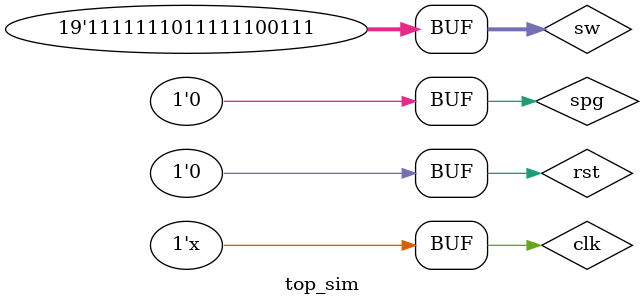
<source format=v>
`timescale 1ns / 1ps


module top_sim(    );

reg                 clk,rst,spg,rx;
wire                tx,cpu,uart;
reg     [18:0]      sw;
wire    [15:0]      led;

top u1(
    .sys_clk(clk),
    .rst_in(rst),
    .switch(sw),
    .led(led),
    .start_pg(spg),
    .rx(rx),
    .tx(tx),
    .CPUMood(cpu),
    .UARTMood(uart)
);

initial begin
    clk = 1'b0;
    rst = 1'b1;
    spg = 1'b0;
    rx = 1'b1;
    sw = 19'h7F7E7;
    #5 rst = 1'b0;
end

always
    #1 clk = ~clk;

always @(negedge spg) begin
    if(spg)
        rx = 1'b1;
    else
        rx = 1'b0;
end
endmodule

</source>
